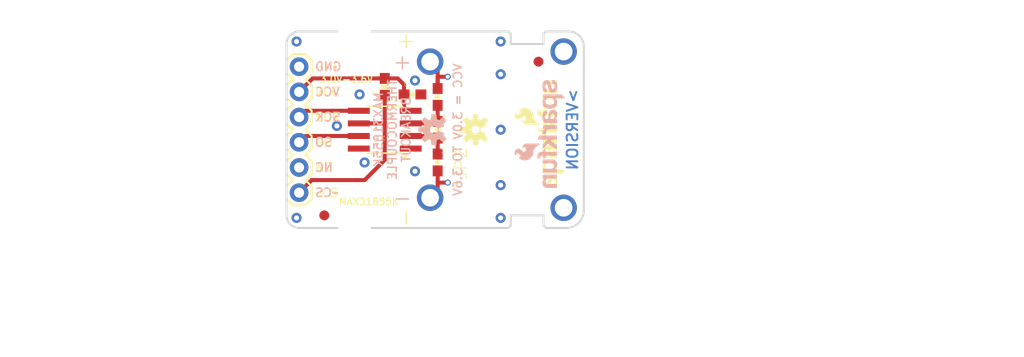
<source format=kicad_pcb>
(kicad_pcb (version 20211014) (generator pcbnew)
  (layers (0 "F.Cu" signal) (31 "B.Cu" signal) (34 "B.Paste" user) (35 "F.Paste" user) (36 "B.SilkS" user "B.Silkscreen") (37 "F.SilkS" user "F.Silkscreen") (38 "B.Mask" user) (39 "F.Mask" user) (44 "Edge.Cuts" user))
  (net 0 "")
  (net 1 "GND")
  (net 2 "N$7")
  (net 3 "N$1")
  (net 4 "N$2")
  (net 5 "N$8")
  (net 6 "VCC")
  (net 7 "N$3")
  (net 8 "N$5")
  (net 9 "N$4")
  (footprint "boardEagle:TP_15TH" (layer "F.Cu") (at 149.7711 110.3376)
    (fp_text reference "TP2" hide)
    (fp_text value "TEST-POINTTP_15TH_THRU" hide)
    (pad "P$1" thru_hole circle (at 0 0) (size 0.6096 0.6096) (drill 0.381) (layers *.Cu) (net 8 "N$5"))
  )
  (footprint "boardEagle:STAND-OFF" (layer "F.Cu") (at 140.3731 114.9096)
    (fp_text reference "STANDOFF1" hide)
    (fp_text value "STAND-OFF" hide)
    (pad "" np_thru_hole circle (at 0 0) (size 3.302 3.302) (drill 3.302) (layers *.Cu *.Mask))
  )
  (footprint "boardEagle:0603" (layer "F.Cu") (at 148.7551 108.3056 -90)
    (fp_text reference "L1" (at -0.889 -0.762 -90) (layer "F.SilkS") (effects (font (size 0.373888 0.373888) (thickness 0.032512)) (justify left bottom)))
    (fp_text value "470OHM")
    (fp_circle (center 0 0) (end 0.218496 0) (layer "F.SilkS") (width 0.127) (fill none))
    (fp_circle (center 0 0) (end 0.0254 0) (layer "F.SilkS") (width 0.127) (fill none))
    (fp_circle (center 0 0) (end 0.127 0) (layer "F.SilkS") (width 0.127) (fill none))
    (pad "1" smd rect (at -0.85 0 270) (size 1.1 1) (layers "F.Cu" "F.Paste" "F.Mask") (net 7 "N$3"))
    (pad "2" smd rect (at 0.85 0 270) (size 1.1 1) (layers "F.Cu" "F.Paste" "F.Mask") (net 8 "N$5"))
  )
  (footprint "boardEagle:CREATIVE_COMMONS" (layer "F.Cu") (at 124.9553 127.5842)
    (fp_text reference "FRAME1" hide)
    (fp_text value ">VERSION" hide)
  )
  (footprint "boardEagle:SFE_LOGO_NAME_FLAME_.1" (layer "F.Cu") (at 161.7091 111.3536 90)
    (fp_text reference "LOGO2" hide)
    (fp_text value "SFE_LOGO_NAME_FLAME.1_INCH" hide)
    (fp_poly (pts (xy 2.851027 -2.384943) (xy 2.992211 -2.33452) (xy 3.10326 -2.263852) (xy 3.193995 -2.163035) (xy 3.26458 -2.052115) (xy 3.304843 -1.921261) (xy 3.334965 -1.780694) (xy 3.345354 -1.624861) (xy 2.945 -1.635127) (xy 2.945 -1.729692) (xy 2.935113 -1.808792) (xy 2.905358 -1.888137) (xy 2.875691 -1.957361) (xy 2.826623 -2.016242) (xy 2.76761 -2.055584) (xy 2.698709 -2.085113) (xy 2.610035 -2.094966) (xy 2.531208 -2.085112) (xy 2.452499 -2.055596) (xy 2.40352 -2.016413) (xy 2.354309 -1.957361) (xy 2.324642 -1.888137) (xy 2.294888 -1.808792) (xy 2.285 -1.729692) (xy 2.285 -1.560617) (xy 2.324754 -1.401602) (xy 2.354216 -1.332856) (xy 2.403381 -1.283691) (xy 2.462388 -1.234518) (xy 2.530975 -1.214922) (xy 2.619965 -1.205034) (xy 2.699074 -1.214923) (xy 2.777678 -1.234574) (xy 2.836413 -1.28352) (xy 2.87567 -1.33259) (xy 2.907444 -1.406729) (xy 3.256931 -1.242265) (xy 3.194045 -1.126974) (xy 3.103258 -1.036187) (xy 2.992315 -0.955501) (xy 2.871131 -0.915107) (xy 2.719918 -0.894945) (xy 2.659178 -0.905068) (xy 2.599178 -0.915068) (xy 2.538436 -0.925192) (xy 2.477592 -0.955614) (xy 2.427428 -0.985713) (xy 2.376657 -1.016175) (xy 2.336096 -1.066877) (xy 2.297598 -1.115) (xy 2.295 -1.115) (xy 2.295 -0.087929) (xy 2.246464 -0.136464) (xy 2.196652 -0.186276) (xy 2.096877 -0.266096) (xy 2.04666 -0.306269) (xy 1.996464 -0.356464) (xy 1.956652 -0.396276) (xy 1.905 -0.437597) (xy 1.905 -2.293904) (xy 1.948903 -2.30488) (xy 1.999505 -2.315) (xy 2.049383 -2.315) (xy 2.088903 -2.32488) (xy 2.138899 -2.334879) (xy 2.178903 -2.34488) (xy 2.229019 -2.354903) (xy 2.285 -2.366099) (xy 2.285 -2.194253) (xy 2.316269 -2.23334) (xy 2.35666 -2.273731) (xy 2.407139 -2.314114) (xy 2.457428 -2.344287) (xy 2.508242 -2.374776) (xy 2.629586 -2.395) (xy 2.700166 -2.395)) (layer "F.SilkS") (width 0) (fill solid))
    (fp_poly (pts (xy 4.235823 -1.577322) (xy 4.21118 -1.565) (xy 4.19081 -1.565) (xy 4.160811 -1.555) (xy 4.12081 -1.555) (xy 4.090811 -1.545) (xy 4.05118 -1.545) (xy 4.03118 -1.535) (xy 4.006554 -1.535) (xy 3.923028 -1.754256) (xy 4.019448 -1.764969) (xy 4.109349 -1.774958) (xy 4.183757 -1.785587)) (layer "F.SilkS") (width 0) (fill solid))
    (fp_poly (pts (xy 6.455 -1.862421) (xy 6.93787 -2.365) (xy 7.412236 -2.365) (xy 6.876433 -1.839307) (xy 7.469256 -0.935) (xy 6.987215 -0.935) (xy 6.598957 -1.562187) (xy 6.455 -1.427827) (xy 6.455 -0.935) (xy 6.055 -0.935) (xy 6.055 -2.682986) (xy 6.455 -2.898371)) (layer "F.SilkS") (width 0) (fill solid))
    (fp_poly (pts (xy 8.855 -1.560308) (xy 8.874947 -1.400732) (xy 8.884732 -1.342025) (xy 8.943413 -1.263782) (xy 8.991828 -1.234734) (xy 9.040906 -1.224918) (xy 9.100105 -1.215052) (xy 9.179268 -1.224947) (xy 9.238243 -1.234776) (xy 9.286896 -1.263967) (xy 9.325892 -1.302964) (xy 9.355458 -1.362096) (xy 9.385127 -1.431324) (xy 9.395 -1.510308) (xy 9.395 -2.365) (xy 9.795 -2.365) (xy 9.795 -0.935) (xy 9.415 -0.935) (xy 9.415 -1.135) (xy 9.412676 -1.135) (xy 9.37404 -1.077046) (xy 9.333557 -1.026443) (xy 9.28271 -0.985765) (xy 9.22205 -0.955435) (xy 9.171721 -0.935303) (xy 9.111153 -0.915114) (xy 9.040756 -0.905057) (xy 8.980236 -0.89497) (xy 8.838947 -0.905062) (xy 8.727919 -0.945437) (xy 8.63713 -0.995875) (xy 8.566065 -1.056788) (xy 8.515366 -1.148045) (xy 8.485131 -1.248831) (xy 8.465 -1.359549) (xy 8.465 -2.365) (xy 8.855 -2.365)) (layer "F.SilkS") (width 0) (fill solid))
    (fp_poly (pts (xy 1.311169 -2.374869) (xy 1.411741 -2.344698) (xy 1.502548 -2.304339) (xy 1.583571 -2.243571) (xy 1.644271 -2.162639) (xy 1.694808 -2.061564) (xy 1.715902 -1.935) (xy 1.335901 -1.935) (xy 1.325186 -1.988572) (xy 1.305552 -2.037658) (xy 1.286394 -2.066394) (xy 1.257484 -2.085668) (xy 1.217948 -2.105436) (xy 1.169038 -2.125) (xy 1.00081 -2.125) (xy 0.971399 -2.115196) (xy 0.931389 -2.105193) (xy 0.903209 -2.0958) (xy 0.865 -2.038486) (xy 0.865 -2.000617) (xy 0.874606 -1.962192) (xy 0.903571 -1.923571) (xy 0.94264 -1.89427) (xy 1.00192 -1.86463) (xy 1.061111 -1.8449) (xy 1.14092 -1.834924) (xy 1.221213 -1.814851) (xy 1.381157 -1.774865) (xy 1.471824 -1.754717) (xy 1.542481 -1.714341) (xy 1.612863 -1.674123) (xy 1.673758 -1.623377) (xy 1.714415 -1.562392) (xy 1.744888 -1.491289) (xy 1.755043 -1.399894) (xy 1.734867 -1.268754) (xy 1.694445 -1.157594) (xy 1.633686 -1.076582) (xy 1.55281 -1.005815) (xy 1.451793 -0.955306) (xy 1.341072 -0.92511) (xy 1.22062 -0.905034) (xy 1.1 -0.894983) (xy 0.97938 -0.905034) (xy 0.858928 -0.92511) (xy 0.748207 -0.955306) (xy 0.64719 -1.005815) (xy 0.566347 -1.076552) (xy 0.49562 -1.167488) (xy 0.455145 -1.268674) (xy 0.434172 -1.405) (xy 0.815 -1.405) (xy 0.815 -1.340962) (xy 0.834396 -1.292472) (xy 0.863571 -1.253571) (xy 0.942025 -1.194732) (xy 1.000902 -1.184919) (xy 1.050906 -1.174918) (xy 1.109795 -1.165103) (xy 1.149384 -1.175) (xy 1.189383 -1.175) (xy 1.228257 -1.184719) (xy 1.26736 -1.20427) (xy 1.306712 -1.233784) (xy 1.335485 -1.262557) (xy 1.354846 -1.34) (xy 1.345282 -1.378257) (xy 1.326056 -1.416708) (xy 1.287201 -1.445849) (xy 1.237899 -1.47543) (xy 1.178611 -1.495193) (xy 1.018899 -1.535121) (xy 0.918967 -1.555108) (xy 0.828573 -1.575195) (xy 0.748136 -1.605359) (xy 0.677768 -1.635517) (xy 0.60737 -1.675744) (xy 0.546394 -1.716394) (xy 0.505585 -1.777608) (xy 0.475112 -1.848711) (xy 0.464977 -1.939931) (xy 0.475079 -2.061162) (xy 0.515675 -2.16265) (xy 0.586473 -2.243563) (xy 0.657213 -2.304197) (xy 0.758363 -2.354772) (xy 0.859062 -2.374912) (xy 0.969549 -2.395) (xy 1.200451 -2.395)) (layer "F.SilkS") (width 0) (fill solid))
    (fp_poly (pts (xy 4.320496 -2.385) (xy 4.380495 -2.385) (xy 4.431431 -2.374813) (xy 4.481428 -2.354814) (xy 4.531431 -2.344813) (xy 4.582471 -2.324397) (xy 4.623 -2.294) (xy 4.663 -2.264) (xy 4.703571 -2.233571) (xy 4.734271 -2.192639) (xy 4.754565 -2.15205) (xy 4.774813 -2.101431) (xy 4.785 -2.050495) (xy 4.785 -1.18118) (xy 4.795 -1.16118) (xy 4.795 -1.07118) (xy 4.805 -1.05118) (xy 4.805 -1.03118) (xy 4.815 -1.01118) (xy 4.815 -0.98118) (xy 4.824108 -0.962964) (xy 4.835 -0.952071) (xy 4.835 -0.935) (xy 4.435 -0.935) (xy 4.435 -0.947928) (xy 4.425 -0.957929) (xy 4.425 -0.967928) (xy 4.415 -0.977929) (xy 4.415 -1.007928) (xy 4.405 -1.017929) (xy 4.405 -1.063486) (xy 4.393606 -1.046394) (xy 4.363188 -1.026116) (xy 4.343185 -1.006114) (xy 4.312216 -0.985468) (xy 4.282218 -0.975469) (xy 4.252216 -0.955468) (xy 4.221581 -0.945257) (xy 4.161581 -0.925257) (xy 4.130811 -0.915) (xy 4.10081 -0.915) (xy 4.070811 -0.905) (xy 4.03081 -0.905) (xy 4.000811 -0.895) (xy 3.889505 -0.895) (xy 3.839504 -0.905) (xy 3.789384 -0.905) (xy 3.748458 -0.915232) (xy 3.69795 -0.935435) (xy 3.657486 -0.955667) (xy 3.627484 -0.975668) (xy 3.587038 -0.995891) (xy 3.556114 -1.026815) (xy 3.535916 -1.057112) (xy 3.505917 -1.097111) (xy 3.485291 -1.12805) (xy 3.475228 -1.178364) (xy 3.455 -1.21882) (xy 3.455 -1.269504) (xy 3.44491 -1.319955) (xy 3.465144 -1.431244) (xy 3.495413 -1.522051) (xy 3.536088 -1.593233) (xy 3.607107 -1.654105) (xy 3.677868 -1.694541) (xy 3.758511 -1.724782) (xy 3.839114 -1.744932) (xy 3.933295 -1.755397) (xy 4.016529 -1.536906) (xy 3.98192 -1.52537) (xy 3.962964 -1.515892) (xy 3.952962 -1.505891) (xy 3.912964 -1.485892) (xy 3.902962 -1.475891) (xy 3.883727 -1.466273) (xy 3.855 -1.40882) (xy 3.855 -1.38882) (xy 3.845 -1.36882) (xy 3.845 -1.32081) (xy 3.855 -1.290811) (xy 3.855 -1.27118) (xy 3.864108 -1.252964) (xy 3.874109 -1.242962) (xy 3.883727 -1.223727) (xy 3.902962 -1.214109) (xy 3.912964 -1.204108) (xy 3.95118 -1.185) (xy 3.97118 -1.185) (xy 3.99118 -1.175) (xy 4.01118 -1.175) (xy 4.03118 -1.165) (xy 4.079504 -1.165) (xy 4.129505 -1.175) (xy 4.17882 -1.175) (xy 4.218255 -1.194718) (xy 4.257948 -1.204641) (xy 4.286812 -1.223884) (xy 4.306116 -1.243188) (xy 4.326114 -1.273185) (xy 4.345631 -1.292703) (xy 4.355257 -1.321581) (xy 4.365369 -1.351918) (xy 4.37537 -1.37192) (xy 4.385 -1.40081) (xy 4.385 -1.617928) (xy 4.383536 -1.616464) (xy 4.372071 -1.605) (xy 4.35118 -1.605) (xy 4.31118 -1.585) (xy 4.29118 -1.585) (xy 4.27118 -1.575) (xy 4.226096 -1.575) (xy 4.173976 -1.783479) (xy 4.248542 -1.804784) (xy 4.307899 -1.82457) (xy 4.356587 -1.853782) (xy 4.385 -1.891667) (xy 4.385 -1.99882) (xy 4.355892 -2.057036) (xy 4.345891 -2.067038) (xy 4.336273 -2.086273) (xy 4.27882 -2.115) (xy 4.25882 -2.115) (xy 4.23882 -2.125) (xy 4.06118 -2.125) (xy 3.962964 -2.075892) (xy 3.924108 -2.037036) (xy 3.91463 -2.01808) (xy 3.904631 -1.988082) (xy 3.895 -1.96882) (xy 3.895 -1.915) (xy 3.494098 -1.915) (xy 3.505068 -1.980822) (xy 3.515133 -2.041209) (xy 3.535513 -2.102351) (xy 3.565849 -2.142799) (xy 3.595845 -2.192794) (xy 3.626429 -2.233571) (xy 3.667206 -2.264155) (xy 3.717428 -2.294287) (xy 3.767771 -2.324494) (xy 3.818569 -2.344813) (xy 3.868719 -2.354843) (xy 3.928791 -2.374867) (xy 3.989094 -2.384918) (xy 4.039505 -2.395) (xy 4.270495 -2.395)) (layer "F.SilkS") (width 0) (fill solid))
    (fp_poly (pts (xy 3.34536 -1.634864) (xy 3.33496 -1.489255) (xy 3.304777 -1.358466) (xy 3.252604 -1.233249) (xy 2.9037 -1.397439) (xy 2.935112 -1.481208) (xy 2.945 -1.560308) (xy 2.945 -1.64513)) (layer "F.SilkS") (width 0) (fill solid))
    (fp_poly (pts (xy 5.902072 -2.385) (xy 5.915 -2.385) (xy 5.915 -2.015) (xy 5.89882 -2.015) (xy 5.87882 -2.025) (xy 5.770248 -2.025) (xy 5.670863 -2.015062) (xy 5.591881 -1.995316) (xy 5.523264 -1.956106) (xy 5.474123 -1.897137) (xy 5.434642 -1.828046) (xy 5.414848 -1.758764) (xy 5.395 -1.669451) (xy 5.395 -0.935) (xy 4.995 -0.935) (xy 4.995 -2.294099) (xy 5.048899 -2.304879) (xy 5.089384 -2.315) (xy 5.139504 -2.315) (xy 5.188899 -2.324879) (xy 5.228903 -2.33488) (xy 5.279019 -2.344903) (xy 5.328899 -2.354879) (xy 5.375 -2.366404) (xy 5.375 -2.108828) (xy 5.405852 -2.162819) (xy 5.446127 -2.213163) (xy 5.496482 -2.273589) (xy 5.547181 -2.314148) (xy 5.617949 -2.354587) (xy 5.678522 -2.374778) (xy 5.7493 -2.395) (xy 5.892071 -2.395)) (layer "F.SilkS") (width 0) (fill solid))
    (fp_poly (pts (xy 7.951669 -5.164714) (xy 8.032001 -5.134589) (xy 8.092639 -5.104271) (xy 8.133284 -5.073787) (xy 8.152071 -5.055) (xy 8.109189 -5.055) (xy 8.07919 -5.065) (xy 8.050617 -5.065) (xy 8.011097 -5.05512) (xy 7.961636 -5.045228) (xy 7.92264 -5.02573) (xy 7.883685 -4.996514) (xy 7.864531 -4.967782) (xy 7.854631 -4.938082) (xy 7.84463 -4.91808) (xy 7.83527 -4.89) (xy 7.844804 -4.861399) (xy 7.854641 -4.822052) (xy 7.874333 -4.792514) (xy 7.894108 -4.752964) (xy 7.923188 -4.723884) (xy 7.952889 -4.704083) (xy 7.992888 -4.674084) (xy 8.022516 -4.654332) (xy 8.10118 -4.615) (xy 8.16919 -4.615) (xy 8.197782 -4.624531) (xy 8.2258 -4.643209) (xy 8.245 -4.70081) (xy 8.245 -4.78809) (xy 8.333097 -4.744042) (xy 8.414068 -4.65295) (xy 8.484553 -4.532119) (xy 8.534842 -4.39131) (xy 8.565026 -4.230327) (xy 8.554962 -4.049183) (xy 8.504659 -3.86809) (xy 8.404184 -3.687235) (xy 8.333756 -3.596685) (xy 8.253418 -3.516347) (xy 8.172956 -3.445943) (xy 8.072229 -3.385506) (xy 7.971591 -3.345251) (xy 7.861072 -3.31511) (xy 7.740414 -3.295) (xy 7.550414 -3.295) (xy 7.491757 -3.285224) (xy 7.442861 -3.255886) (xy 7.34352 -3.176413) (xy 7.293696 -3.116625) (xy 7.233536 -3.056464) (xy 7.163826 -2.986754) (xy 7.113828 -2.916757) (xy 7.053691 -2.856619) (xy 7.003696 -2.796625) (xy 6.953784 -2.746712) (xy 6.923787 -2.706716) (xy 6.893884 -2.676812) (xy 6.872676 -2.645) (xy 6.855 -2.645) (xy 6.855 -3.930277) (xy 6.865031 -4.020552) (xy 6.875089 -4.111079) (xy 6.895369 -4.171918) (xy 6.925614 -4.232408) (xy 6.956356 -4.283644) (xy 7.007201 -4.314151) (xy 7.047529 -4.344397) (xy 7.098143 -4.364642) (xy 7.148645 -4.384843) (xy 7.209586 -4.395) (xy 7.290616 -4.395) (xy 7.330617 -4.385) (xy 7.35118 -4.385) (xy 7.378441 -4.37137) (xy 7.362962 -4.355891) (xy 7.321918 -4.335369) (xy 7.292703 -4.325631) (xy 7.253884 -4.286812) (xy 7.234531 -4.257782) (xy 7.225 -4.22919) (xy 7.225 -4.20081) (xy 7.23463 -4.17192) (xy 7.254108 -4.132964) (xy 7.283188 -4.103884) (xy 7.312342 -4.084448) (xy 7.361428 -4.064814) (xy 7.410496 -4.055) (xy 7.489383 -4.055) (xy 7.567948 -4.074641) (xy 7.626582 -4.113731) (xy 7.665539 -4.162427) (xy 7.685 -4.22081) (xy 7.685 -4.288973) (xy 7.655716 -4.357303) (xy 7.586237 -4.436707) (xy 7.50625 -4.526693) (xy 7.435887 -4.607107) (xy 7.385277 -4.698207) (xy 7.365 -4.789451) (xy 7.365 -4.870811) (xy 7.395494 -4.962294) (xy 7.446258 -5.033364) (xy 7.537105 -5.114116) (xy 7.648313 -5.174775) (xy 7.759549 -5.195) (xy 7.860811 -5.195)) (layer "F.SilkS") (width 0) (fill solid))
    (fp_poly (pts (xy 8.375 -2.88309) (xy 8.375 -2.595) (xy 8.200617 -2.595) (xy 8.161743 -2.585282) (xy 8.123424 -2.566122) (xy 8.104332 -2.537484) (xy 8.095 -2.51882) (xy 8.095 -2.479384) (xy 8.085 -2.439383) (xy 8.085 -2.365) (xy 8.355 -2.365) (xy 8.355 -2.095) (xy 8.085 -2.095) (xy 8.085 -0.935) (xy 7.695 -0.935) (xy 7.695 -2.095) (xy 7.295 -2.095) (xy 7.346712 -2.133784) (xy 7.476464 -2.263536) (xy 7.506716 -2.293787) (xy 7.546429 -2.323571) (xy 7.5775 -2.365) (xy 7.695 -2.365) (xy 7.695 -2.560907) (xy 7.725359 -2.641864) (xy 7.755692 -2.71264) (xy 7.806571 -2.773695) (xy 7.877413 -2.824297) (xy 7.95815 -2.864665) (xy 8.059266 -2.895) (xy 8.35118 -2.895)) (layer "F.SilkS") (width 0) (fill solid))
    (fp_poly (pts (xy 10.950844 -2.384952) (xy 11.061899 -2.354665) (xy 11.15304 -2.304031) (xy 11.223938 -2.233133) (xy 11.274596 -2.15208) (xy 11.304869 -2.051169) (xy 11.324965 -1.940641) (xy 11.335 -1.810192) (xy 11.335 -0.935) (xy 10.935 -0.935) (xy 10.935 -1.739692) (xy 10.92505 -1.819293) (xy 10.915057 -1.889244) (xy 10.905224 -1.948243) (xy 10.875849 -1.997201) (xy 10.846587 -2.036218) (xy 10.798173 -2.065266) (xy 10.749094 -2.075082) (xy 10.689895 -2.084948) (xy 10.610732 -2.075053) (xy 10.551757 -2.065224) (xy 10.503343 -2.036175) (xy 10.464114 -1.987139) (xy 10.434466 -1.937726) (xy 10.404887 -1.868709) (xy 10.395 -1.779727) (xy 10.395 -0.935) (xy 9.995 -0.935) (xy 9.995 -2.365) (xy 10.375 -2.365) (xy 10.375 -2.165) (xy 10.377324 -2.165) (xy 10.416114 -2.223185) (xy 10.45666 -2.263731) (xy 10.507046 -2.30404) (xy 10.567784 -2.344532) (xy 10.628419 -2.364743) (xy 10.688791 -2.384867) (xy 10.749586 -2.395) (xy 10.810178 -2.395)) (layer "F.SilkS") (width 0) (fill solid))
  )
  (footprint "boardEagle:PCC-SMP" (layer "F.Cu") (at 147.9931 105.0036 90)
    (fp_text reference "JP2" (at -5.08 3.81 90) (layer "F.SilkS") (effects (font (size 1.1684 1.1684) (thickness 0.1016)) (justify left bottom)))
    (fp_text value "PCB_THERMOCOUPLE")
    (fp_text user "+" (at 8.89 -2.54 90) (layer "F.SilkS") (effects (font (size 1.63576 1.63576) (thickness 0.14224))))
    (fp_text user "-" (at -8.89 -2.54 90) (layer "F.SilkS") (effects (font (size 1.63576 1.63576) (thickness 0.14224))))
    (pad "+" thru_hole circle (at 6.858 0 90) (size 2.667 2.667) (drill 1.778) (layers *.Cu *.Mask) (net 9 "N$4"))
    (pad "-" thru_hole circle (at -6.858 0 90) (size 2.667 2.667) (drill 1.778) (layers *.Cu *.Mask) (net 8 "N$5"))
    (pad "CLIP1" thru_hole circle (at -7.874 13.462 90) (size 2.667 2.667) (drill 1.778) (layers *.Cu *.Mask))
    (pad "CLIP2" thru_hole circle (at 7.874 13.462 90) (size 2.667 2.667) (drill 1.778) (layers *.Cu *.Mask))
  )
  (footprint "boardEagle:FIDUCIAL-1X2" (layer "F.Cu") (at 137.3251 113.6396)
    (fp_text reference "FID2" hide)
    (fp_text value "FIDUCIAL1X2" hide)
    (pad "1" smd roundrect (at 0 0) (size 1 1) (layers "F.Cu" "F.Mask") (roundrect_rratio 0.5))
  )
  (footprint "boardEagle:SOIC8" (layer "F.Cu") (at 143.4211 105.0036 90)
    (fp_text reference "U1" (at -1.27 0 90) (layer "F.SilkS") (effects (font (size 0.373888 0.373888) (thickness 0.032512)) (justify left bottom)))
    (fp_text value "MAX31855K")
    (fp_line (start -2.362 -1.803) (end -2.362 1.803) (layer "F.SilkS") (width 0.1524))
    (fp_line (start 2.362 1.803) (end 2.362 -1.803) (layer "F.SilkS") (width 0.1524))
    (fp_circle (center -2.667 2.032) (end -2.5234 2.032) (layer "F.SilkS") (width 0.2032) (fill none))
    (pad "1" smd rect (at -1.905 2.6162 90) (size 0.6096 2.2098) (layers "F.Cu" "F.Paste" "F.Mask") (net 1 "GND"))
    (pad "2" smd rect (at -0.635 2.6162 90) (size 0.6096 2.2098) (layers "F.Cu" "F.Paste" "F.Mask") (net 7 "N$3"))
    (pad "3" smd rect (at 0.635 2.6162 90) (size 0.6096 2.2098) (layers "F.Cu" "F.Paste" "F.Mask") (net 2 "N$7"))
    (pad "4" smd rect (at 1.905 2.6162 90) (size 0.6096 2.2098) (layers "F.Cu" "F.Paste" "F.Mask") (net 6 "VCC"))
    (pad "5" smd rect (at 1.905 -2.6162 90) (size 0.6096 2.2098) (layers "F.Cu" "F.Paste" "F.Mask") (net 3 "N$1"))
    (pad "6" smd rect (at 0.635 -2.6162 90) (size 0.6096 2.2098) (layers "F.Cu" "F.Paste" "F.Mask") (net 5 "N$8"))
    (pad "7" smd rect (at -0.635 -2.6162 90) (size 0.6096 2.2098) (layers "F.Cu" "F.Paste" "F.Mask") (net 4 "N$2"))
    (pad "8" smd rect (at -1.905 -2.6162 90) (size 0.6096 2.2098) (layers "F.Cu" "F.Paste" "F.Mask"))
  )
  (footprint "boardEagle:0603-CAP" (layer "F.Cu") (at 148.7551 105.0036 -90)
    (fp_text reference "C2" (at -0.889 -0.762 -90) (layer "F.SilkS") (effects (font (size 0.373888 0.373888) (thickness 0.032512)) (justify left bottom)))
    (fp_text value "10nF")
    (fp_line (start 0 -0.0305) (end 0 0.0305) (layer "F.SilkS") (width 0.5588))
    (pad "1" smd rect (at -0.85 0 270) (size 1.1 1) (layers "F.Cu" "F.Paste" "F.Mask") (net 2 "N$7"))
    (pad "2" smd rect (at 0.85 0 270) (size 1.1 1) (layers "F.Cu" "F.Paste" "F.Mask") (net 7 "N$3"))
  )
  (footprint "boardEagle:1X06" (layer "F.Cu") (at 134.7851 98.6536 -90)
    (fp_text reference "JP1" hide)
    (fp_text value "DNP" hide)
    (fp_line (start 13.335 -1.27) (end 13.97 -0.635) (layer "F.SilkS") (width 0.2032))
    (fp_line (start 1.905 1.27) (end 1.27 0.635) (layer "F.SilkS") (width 0.2032))
    (fp_line (start 9.525 1.27) (end 8.89 0.635) (layer "F.SilkS") (width 0.2032))
    (fp_line (start 1.905 -1.27) (end 3.175 -1.27) (layer "F.SilkS") (width 0.2032))
    (fp_line (start 9.525 -1.27) (end 10.795 -1.27) (layer "F.SilkS") (width 0.2032))
    (fp_line (start 8.89 0.635) (end 8.255 1.27) (layer "F.SilkS") (width 0.2032))
    (fp_line (start 8.89 -0.635) (end 9.525 -1.27) (layer "F.SilkS") (width 0.2032))
    (fp_line (start 13.97 -0.635) (end 13.97 0.635) (layer "F.SilkS") (width 0.2032))
    (fp_line (start 12.065 1.27) (end 11.43 0.635) (layer "F.SilkS") (width 0.2032))
    (fp_line (start -0.635 -1.27) (end -1.27 -0.635) (layer "F.SilkS") (width 0.2032))
    (fp_line (start 4.445 -1.27) (end 5.715 -1.27) (layer "F.SilkS") (width 0.2032))
    (fp_line (start 6.985 -1.27) (end 8.255 -1.27) (layer "F.SilkS") (width 0.2032))
    (fp_line (start 3.175 1.27) (end 1.905 1.27) (layer "F.SilkS") (width 0.2032))
    (fp_line (start 3.81 0.635) (end 3.175 1.27) (layer "F.SilkS") (width 0.2032))
    (fp_line (start 6.985 -1.27) (end 6.35 -0.635) (layer "F.SilkS") (width 0.2032))
    (fp_line (start 0.635 1.27) (end -0.635 1.27) (layer "F.SilkS") (width 0.2032))
    (fp_line (start 12.065 -1.27) (end 13.335 -1.27) (layer "F.SilkS") (width 0.2032))
    (fp_line (start 3.175 -1.27) (end 3.81 -0.635) (layer "F.SilkS") (width 0.2032))
    (fp_line (start 8.255 -1.27) (end 8.89 -0.635) (layer "F.SilkS") (width 0.2032))
    (fp_line (start 11.43 0.635) (end 10.795 1.27) (layer "F.SilkS") (width 0.2032))
    (fp_line (start 11.43 -0.635) (end 12.065 -1.27) (layer "F.SilkS") (width 0.2032))
    (fp_line (start -0.635 -1.27) (end 0.635 -1.27) (layer "F.SilkS") (width 0.2032))
    (fp_line (start 0.635 -1.27) (end 1.27 -0.635) (layer "F.SilkS") (width 0.2032))
    (fp_line (start 4.445 1.27) (end 3.81 0.635) (layer "F.SilkS") (width 0.2032))
    (fp_line (start 5.715 -1.27) (end 6.35 -0.635) (layer "F.SilkS") (width 0.2032))
    (fp_line (start 10.795 -1.27) (end 11.43 -0.635) (layer "F.SilkS") (width 0.2032))
    (fp_line (start 8.255 1.27) (end 6.985 1.27) (layer "F.SilkS") (width 0.2032))
    (fp_line (start 5.715 1.27) (end 4.445 1.27) (layer "F.SilkS") (width 0.2032))
    (fp_line (start 6.35 0.635) (end 5.715 1.27) (layer "F.SilkS") (width 0.2032))
    (fp_line (start -1.27 -0.635) (end -1.27 0.635) (layer "F.SilkS") (width 0.2032))
    (fp_line (start 6.35 0.635) (end 6.985 1.27) (layer "F.SilkS") (width 0.2032))
    (fp_line (start 1.27 0.635) (end 0.635 1.27) (layer "F.SilkS") (width 0.2032))
    (fp_line (start 10.795 1.27) (end 9.525 1.27) (layer "F.SilkS") (width 0.2032))
    (fp_line (start 13.97 0.635) (end 13.335 1.27) (layer "F.SilkS") (width 0.2032))
    (fp_line (start 3.81 -0.635) (end 4.445 -1.27) (layer "F.SilkS") (width 0.2032))
    (fp_line (start 1.27 -0.635) (end 1.905 -1.27) (layer "F.SilkS") (width 0.2032))
    (fp_line (start -1.27 0.635) (end -0.635 1.27) (layer "F.SilkS") (width 0.2032))
    (fp_line (start 13.335 1.27) (end 12.065 1.27) (layer "F.SilkS") (width 0.2032))
    (pad "1" thru_hole circle (at 0 0) (size 1.8796 1.8796) (drill 1.016) (layers *.Cu *.Mask) (net 1 "GND"))
    (pad "2" thru_hole circle (at 2.54 0) (size 1.8796 1.8796) (drill 1.016) (layers *.Cu *.Mask) (net 6 "VCC"))
    (pad "3" thru_hole circle (at 5.08 0) (size 1.8796 1.8796) (drill 1.016) (layers *.Cu *.Mask) (net 3 "N$1"))
    (pad "4" thru_hole circle (at 7.62 0) (size 1.8796 1.8796) (drill 1.016) (layers *.Cu *.Mask) (net 4 "N$2"))
    (pad "5" thru_hole circle (at 10.16 0) (size 1.8796 1.8796) (drill 1.016) (layers *.Cu *.Mask))
    (pad "6" thru_hole circle (at 12.7 0) (size 1.8796 1.8796) (drill 1.016) (layers *.Cu *.Mask) (net 5 "N$8"))
  )
  (footprint "boardEagle:0603" (layer "F.Cu") (at 148.7551 101.7016 90)
    (fp_text reference "L2" (at -0.889 -0.762 90) (layer "F.SilkS") (effects (font (size 0.373888 0.373888) (thickness 0.032512)) (justify left bottom)))
    (fp_text value "470OHM")
    (fp_circle (center 0 0) (end 0.127 0) (layer "F.SilkS") (width 0.127) (fill none))
    (fp_circle (center 0 0) (end 0.0254 0) (layer "F.SilkS") (width 0.127) (fill none))
    (fp_circle (center 0 0) (end 0.218496 0) (layer "F.SilkS") (width 0.127) (fill none))
    (pad "1" smd rect (at -0.85 0 90) (size 1.1 1) (layers "F.Cu" "F.Paste" "F.Mask") (net 2 "N$7"))
    (pad "2" smd rect (at 0.85 0 90) (size 1.1 1) (layers "F.Cu" "F.Paste" "F.Mask") (net 9 "N$4"))
  )
  (footprint "boardEagle:0603-CAP" (layer "F.Cu") (at 146.2151 101.4476)
    (fp_text reference "C1" (at -0.889 -0.762) (layer "F.SilkS") (effects (font (size 0.373888 0.373888) (thickness 0.032512)) (justify left bottom)))
    (fp_text value "0.1uF")
    (fp_line (start 0 -0.0305) (end 0 0.0305) (layer "F.SilkS") (width 0.5588))
    (pad "1" smd rect (at -0.85 0) (size 1.1 1) (layers "F.Cu" "F.Paste" "F.Mask") (net 6 "VCC"))
    (pad "2" smd rect (at 0.85 0) (size 1.1 1) (layers "F.Cu" "F.Paste" "F.Mask") (net 1 "GND"))
  )
  (footprint "boardEagle:FIDUCIAL-1X2" (layer "F.Cu") (at 158.9151 98.1456)
    (fp_text reference "FID1" hide)
    (fp_text value "FIDUCIAL1X2" hide)
    (pad "1" smd roundrect (at 0 0) (size 1 1) (layers "F.Cu" "F.Mask") (roundrect_rratio 0.5))
  )
  (footprint "boardEagle:0603-RES" (layer "F.Cu") (at 143.4211 100.6856 90)
    (fp_text reference "R1" (at -0.889 -0.762 90) (layer "F.SilkS") (effects (font (size 0.373888 0.373888) (thickness 0.032512)) (justify left bottom)))
    (fp_text value "10K")
    (fp_poly (pts (xy -0.2286 0.381) (xy 0.2286 0.381) (xy 0.2286 -0.381) (xy -0.2286 -0.381)) (layer "F.SilkS") (width 0) (fill solid))
    (pad "1" smd rect (at -0.85 0 90) (size 1.1 1) (layers "F.Cu" "F.Paste" "F.Mask") (net 5 "N$8"))
    (pad "2" smd rect (at 0.85 0 90) (size 1.1 1) (layers "F.Cu" "F.Paste" "F.Mask") (net 6 "VCC"))
  )
  (footprint "boardEagle:OSHW-LOGO-S" (layer "F.Cu") (at 152.5651 105.0036 90)
    (fp_text reference "LOGO1" hide)
    (fp_text value "OSHW-LOGOS" hide)
    (fp_poly (pts (xy 0.301647 -1.061351) (xy 0.42347 -1.022344) (xy 0.537177 -0.963769) (xy 0.92862 -1.282946) (xy 1.282946 -0.92862) (xy 0.961035 -0.533823) (xy 1.057046 -0.302084) (xy 1.5638 -0.250561) (xy 1.5638 0.250561) (xy 1.057046 0.302084) (xy 0.961035 0.533823) (xy 1.282946 0.92862) (xy 0.92862 1.282946) (xy 0.537177 0.96377) (xy 0.356601 1.056794) (xy 0.088679 0.410073) (xy 0.326262 0.2176) (xy 0.373649 0.121468) (xy 0.392729 0.010339) (xy 0.379464 -0.101634) (xy 0.334947 -0.205229) (xy 0.262842 -0.291918) (xy 0.169087 -0.354561) (xy 0.061406 -0.387999) (xy -0.051342 -0.38948) (xy -0.159868 -0.358881) (xy -0.255234 -0.298724) (xy -0.329589 -0.213962) (xy -0.376813 -0.111569) (xy -0.392176 -0.005767) (xy -0.322923 0.222565) (xy -0.249312 0.303773) (xy 0.091677 0.5081) (xy -0.12929 0.5081) (xy -0.355332 1.053732) (xy -0.506597 0.983577) (xy -0.538922 0.965192) (xy -0.92862 1.282946) (xy -1.282946 0.92862) (xy -0.961035 0.533823) (xy -1.057046 0.302084) (xy -1.5638 0.250561) (xy -1.5638 -0.250561) (xy -1.057046 -0.302084) (xy -0.961035 -0.533823) (xy -1.282946 -0.92862) (xy -0.92862 -1.282946) (xy -0.533823 -0.961035) (xy -0.302084 -1.057046) (xy -0.250561 -1.5638) (xy 0.250561 -1.5638)) (layer "F.SilkS") (width 0) (fill solid))
  )
  (footprint "boardEagle:TP_15TH" (layer "F.Cu") (at 149.7711 99.6696)
    (fp_text reference "TP1" hide)
    (fp_text value "TEST-POINTTP_15TH_THRU" hide)
    (pad "P$1" thru_hole circle (at 0 0) (size 0.6096 0.6096) (drill 0.381) (layers *.Cu) (net 9 "N$4"))
  )
  (footprint "boardEagle:STAND-OFF" (layer "F.Cu") (at 140.3731 95.0976)
    (fp_text reference "STANDOFF4" hide)
    (fp_text value "STAND-OFF" hide)
    (pad "" np_thru_hole circle (at 0 0) (size 3.302 3.302) (drill 3.302) (layers *.Cu *.Mask))
  )
  (footprint "boardEagle:OSHW-LOGO-S" (layer "B.Cu") (at 148.3741 105.0036 -90)
    (fp_text reference "LOGO4" hide)
    (fp_text value "OSHW-LOGOS" hide)
    (fp_poly (pts (xy 0.301647 1.061351) (xy 0.42347 1.022344) (xy 0.537177 0.963769) (xy 0.92862 1.282946) (xy 1.282946 0.92862) (xy 0.961035 0.533823) (xy 1.057046 0.302084) (xy 1.5638 0.250561) (xy 1.5638 -0.250561) (xy 1.057046 -0.302084) (xy 0.961035 -0.533823) (xy 1.282946 -0.92862) (xy 0.92862 -1.282946) (xy 0.537177 -0.96377) (xy 0.356601 -1.056794) (xy 0.088679 -0.410073) (xy 0.326262 -0.2176) (xy 0.373649 -0.121468) (xy 0.392729 -0.010339) (xy 0.379464 0.101634) (xy 0.334947 0.205229) (xy 0.262842 0.291918) (xy 0.169087 0.354561) (xy 0.061406 0.387999) (xy -0.051342 0.38948) (xy -0.159868 0.358881) (xy -0.255234 0.298724) (xy -0.329589 0.213962) (xy -0.376813 0.111569) (xy -0.392176 0.005767) (xy -0.322923 -0.222565) (xy -0.249312 -0.303773) (xy 0.091677 -0.5081) (xy -0.12929 -0.5081) (xy -0.355332 -1.053732) (xy -0.506597 -0.983577) (xy -0.538922 -0.965192) (xy -0.92862 -1.282946) (xy -1.282946 -0.92862) (xy -0.961035 -0.533823) (xy -1.057046 -0.302084) (xy -1.5638 -0.250561) (xy -1.5638 0.250561) (xy -1.057046 0.302084) (xy -0.961035 0.533823) (xy -1.282946 0.92862) (xy -0.92862 1.282946) (xy -0.533823 0.961035) (xy -0.302084 1.057046) (xy -0.250561 1.5638) (xy 0.250561 1.5638)) (layer "B.SilkS") (width 0) (fill solid))
  )
  (footprint "boardEagle:SFE_LOGO_NAME_FLAME_.1" (layer "B.Cu") (at 161.7091 99.5426 -90)
    (fp_text reference "LOGO3" hide)
    (fp_text value "SFE_LOGO_NAME_FLAME.1_INCH" hide)
    (fp_poly (pts (xy 6.455 1.862421) (xy 6.93787 2.365) (xy 7.412236 2.365) (xy 6.876433 1.839307) (xy 7.469256 0.935) (xy 6.987215 0.935) (xy 6.598957 1.562187) (xy 6.455 1.427827) (xy 6.455 0.935) (xy 6.055 0.935) (xy 6.055 2.682986) (xy 6.455 2.898371)) (layer "B.SilkS") (width 0) (fill solid))
    (fp_poly (pts (xy 2.851027 2.384943) (xy 2.992211 2.33452) (xy 3.10326 2.263852) (xy 3.193995 2.163035) (xy 3.26458 2.052115) (xy 3.304843 1.921261) (xy 3.334965 1.780694) (xy 3.345354 1.624861) (xy 2.945 1.635127) (xy 2.945 1.729692) (xy 2.935113 1.808792) (xy 2.905358 1.888137) (xy 2.875691 1.957361) (xy 2.826623 2.016242) (xy 2.76761 2.055584) (xy 2.698709 2.085113) (xy 2.610035 2.094966) (xy 2.531208 2.085112) (xy 2.452499 2.055596) (xy 2.40352 2.016413) (xy 2.354309 1.957361) (xy 2.324642 1.888137) (xy 2.294888 1.808792) (xy 2.285 1.729692) (xy 2.285 1.560617) (xy 2.324754 1.401602) (xy 2.354216 1.332856) (xy 2.403381 1.283691) (xy 2.462388 1.234518) (xy 2.530975 1.214922) (xy 2.619965 1.205034) (xy 2.699074 1.214923) (xy 2.777678 1.234574) (xy 2.836413 1.28352) (xy 2.87567 1.33259) (xy 2.907444 1.406729) (xy 3.256931 1.242265) (xy 3.194045 1.126974) (xy 3.103258 1.036187) (xy 2.992315 0.955501) (xy 2.871131 0.915107) (xy 2.719918 0.894945) (xy 2.659178 0.905068) (xy 2.599178 0.915068) (xy 2.538436 0.925192) (xy 2.477592 0.955614) (xy 2.427428 0.985713) (xy 2.376657 1.016175) (xy 2.336096 1.066877) (xy 2.297598 1.115) (xy 2.295 1.115) (xy 2.295 0.087929) (xy 2.246464 0.136464) (xy 2.196652 0.186276) (xy 2.096877 0.266096) (xy 2.04666 0.306269) (xy 1.996464 0.356464) (xy 1.956652 0.396276) (xy 1.905 0.437597) (xy 1.905 2.293904) (xy 1.948903 2.30488) (xy 1.999505 2.315) (xy 2.049383 2.315) (xy 2.088903 2.32488) (xy 2.138899 2.334879) (xy 2.178903 2.34488) (xy 2.229019 2.354903) (xy 2.285 2.366099) (xy 2.285 2.194253) (xy 2.316269 2.23334) (xy 2.35666 2.273731) (xy 2.407139 2.314114) (xy 2.457428 2.344287) (xy 2.508242 2.374776) (xy 2.629586 2.395) (xy 2.700166 2.395)) (layer "B.SilkS") (width 0) (fill solid))
    (fp_poly (pts (xy 4.320496 2.385) (xy 4.380495 2.385) (xy 4.431431 2.374813) (xy 4.481428 2.354814) (xy 4.531431 2.344813) (xy 4.582471 2.324397) (xy 4.623 2.294) (xy 4.663 2.264) (xy 4.703571 2.233571) (xy 4.734271 2.192639) (xy 4.754565 2.15205) (xy 4.774813 2.101431) (xy 4.785 2.050495) (xy 4.785 1.18118) (xy 4.795 1.16118) (xy 4.795 1.07118) (xy 4.805 1.05118) (xy 4.805 1.03118) (xy 4.815 1.01118) (xy 4.815 0.98118) (xy 4.824108 0.962964) (xy 4.835 0.952071) (xy 4.835 0.935) (xy 4.435 0.935) (xy 4.435 0.947928) (xy 4.425 0.957929) (xy 4.425 0.967928) (xy 4.415 0.977929) (xy 4.415 1.007928) (xy 4.405 1.017929) (xy 4.405 1.063486) (xy 4.393606 1.046394) (xy 4.363188 1.026116) (xy 4.343185 1.006114) (xy 4.312216 0.985468) (xy 4.282218 0.975469) (xy 4.252216 0.955468) (xy 4.221581 0.945257) (xy 4.161581 0.925257) (xy 4.130811 0.915) (xy 4.10081 0.915) (xy 4.070811 0.905) (xy 4.03081 0.905) (xy 4.000811 0.895) (xy 3.889505 0.895) (xy 3.839504 0.905) (xy 3.789384 0.905) (xy 3.748458 0.915232) (xy 3.69795 0.935435) (xy 3.657486 0.955667) (xy 3.627484 0.975668) (xy 3.587038 0.995891) (xy 3.556114 1.026815) (xy 3.535916 1.057112) (xy 3.505917 1.097111) (xy 3.485291 1.12805) (xy 3.475228 1.178364) (xy 3.455 1.21882) (xy 3.455 1.269504) (xy 3.44491 1.319955) (xy 3.465144 1.431244) (xy 3.495413 1.522051) (xy 3.536088 1.593233) (xy 3.607107 1.654105) (xy 3.677868 1.694541) (xy 3.758511 1.724782) (xy 3.839114 1.744932) (xy 3.933295 1.755397) (xy 4.016529 1.536906) (xy 3.98192 1.52537) (xy 3.962964 1.515892) (xy 3.952962 1.505891) (xy 3.912964 1.485892) (xy 3.902962 1.475891) (xy 3.883727 1.466273) (xy 3.855 1.40882) (xy 3.855 1.38882) (xy 3.845 1.36882) (xy 3.845 1.32081) (xy 3.855 1.290811) (xy 3.855 1.27118) (xy 3.864108 1.252964) (xy 3.874109 1.242962) (xy 3.883727 1.223727) (xy 3.902962 1.214109) (xy 3.912964 1.204108) (xy 3.95118 1.185) (xy 3.97118 1.185) (xy 3.99118 1.175) (xy 4.01118 1.175) (xy 4.03118 1.165) (xy 4.079504 1.165) (xy 4.129505 1.175) (xy 4.17882 1.175) (xy 4.218255 1.194718) (xy 4.257948 1.204641) (xy 4.286812 1.223884) (xy 4.306116 1.243188) (xy 4.326114 1.273185) (xy 4.345631 1.292703) (xy 4.355257 1.321581) (xy 4.365369 1.351918) (xy 4.37537 1.37192) (xy 4.385 1.40081) (xy 4.385 1.617928) (xy 4.383536 1.616464) (xy 4.372071 1.605) (xy 4.35118 1.605) (xy 4.31118 1.585) (xy 4.29118 1.585) (xy 4.27118 1.575) (xy 4.226096 1.575) (xy 4.173976 1.783479) (xy 4.248542 1.804784) (xy 4.307899 1.82457) (xy 4.356587 1.853782) (xy 4.385 1.891667) (xy 4.385 1.99882) (xy 4.355892 2.057036) (xy 4.345891 2.067038) (xy 4.336273 2.086273) (xy 4.27882 2.115) (xy 4.25882 2.115) (xy 4.23882 2.125) (xy 4.06118 2.125) (xy 3.962964 2.075892) (xy 3.924108 2.037036) (xy 3.91463 2.01808) (xy 3.904631 1.988082) (xy 3.895 1.96882) (xy 3.895 1.915) (xy 3.494098 1.915) (xy 3.505068 1.980822) (xy 3.515133 2.041209) (xy 3.535513 2.102351) (xy 3.565849 2.142799) (xy 3.595845 2.192794) (xy 3.626429 2.233571) (xy 3.667206 2.264155) (xy 3.717428 2.294287) (xy 3.767771 2.324494) (xy 3.818569 2.344813) (xy 3.868719 2.354843) (xy 3.928791 2.374867) (xy 3.989094 2.384918) (xy 4.039505 2.395) (xy 4.270495 2.395)) (layer "B.SilkS") (width 0) (fill solid))
    (fp_poly (pts (xy 4.235823 1.577322) (xy 4.21118 1.565) (xy 4.19081 1.565) (xy 4.160811 1.555) (xy 4.12081 1.555) (xy 4.090811 1.545) (xy 4.05118 1.545) (xy 4.03118 1.535) (xy 4.006554 1.535) (xy 3.923028 1.754256) (xy 4.019448 1.764969) (xy 4.109349 1.774958) (xy 4.183757 1.785587)) (layer "B.SilkS") (width 0) (fill solid))
    (fp_poly (pts (xy 3.34536 1.634864) (xy 3.33496 1.489255) (xy 3.304777 1.358466) (xy 3.252604 1.233249) (xy 2.9037 1.397439) (xy 2.935112 1.481208) (xy 2.945 1.560308) (xy 2.945 1.64513)) (layer "B.SilkS") (width 0) (fill solid))
    (fp_poly (pts (xy 10.950844 2.384952) (xy 11.061899 2.354665) (xy 11.15304 2.304031) (xy 11.223938 2.233133) (xy 11.274596 2.15208) (xy 11.304869 2.051169) (xy 11.324965 1.940641) (xy 11.335 1.810192) (xy 11.335 0.935) (xy 10.935 0.935) (xy 10.935 1.739692) (xy 10.92505 1.819293) (xy 10.915057 1.889244) (xy 10.905224 1.948243) (xy 10.875849 1.997201) (xy 10.846587 2.036218) (xy 10.798173 2.065266) (xy 10.749094 2.075082) (xy 10.689895 2.084948) (xy 10.610732 2.075053) (xy 10.551757 2.065224) (xy 10.503343 2.036175) (xy 10.464114 1.987139) (xy 10.434466 1.937726) (xy 10.404887 1.868709) (xy 10.395 1.779727) (xy 10.395 0.935) (xy 9.995 0.935) (xy 9.995 2.365) (xy 10.375 2.365) (xy 10.375 2.165) (xy 10.377324 2.165) (xy 10.416114 2.223185) (xy 10.45666 2.263731) (xy 10.507046 2.30404) (xy 10.567784 2.344532) (xy 10.628419 2.364743) (xy 10.688791 2.384867) (xy 10.749586 2.395) (xy 10.810178 2.395)) (layer "B.SilkS") (width 0) (fill solid))
    (fp_poly (pts (xy 8.375 2.88309) (xy 8.375 2.595) (xy 8.200617 2.595) (xy 8.161743 2.585282) (xy 8.123424 2.566122) (xy 8.104332 2.537484) (xy 8.095 2.51882) (xy 8.095 2.479384) (xy 8.085 2.439383) (xy 8.085 2.365) (xy 8.355 2.365) (xy 8.355 2.095) (xy 8.085 2.095) (xy 8.085 0.935) (xy 7.695 0.935) (xy 7.695 2.095) (xy 7.295 2.095) (xy 7.346712 2.133784) (xy 7.476464 2.263536) (xy 7.506716 2.293787) (xy 7.546429 2.323571) (xy 7.5775 2.365) (xy 7.695 2.365) (xy 7.695 2.560907) (xy 7.725359 2.641864) (xy 7.755692 2.71264) (xy 7.806571 2.773695) (xy 7.877413 2.824297) (xy 7.95815 2.864665) (xy 8.059266 2.895) (xy 8.35118 2.895)) (layer "B.SilkS") (width 0) (fill solid))
    (fp_poly (pts (xy 8.855 1.560308) (xy 8.874947 1.400732) (xy 8.884732 1.342025) (xy 8.943413 1.263782) (xy 8.991828 1.234734) (xy 9.040906 1.224918) (xy 9.100105 1.215052) (xy 9.179268 1.224947) (xy 9.238243 1.234776) (xy 9.286896 1.263967) (xy 9.325892 1.302964) (xy 9.355458 1.362096) (xy 9.385127 1.431324) (xy 9.395 1.510308) (xy 9.395 2.365) (xy 9.795 2.365) (xy 9.795 0.935) (xy 9.415 0.935) (xy 9.415 1.135) (xy 9.412676 1.135) (xy 9.37404 1.077046) (xy 9.333557 1.026443) (xy 9.28271 0.985765) (xy 9.22205 0.955435) (xy 9.171721 0.935303) (xy 9.111153 0.915114) (xy 9.040756 0.905057) (xy 8.980236 0.89497) (xy 8.838947 0.905062) (xy 8.727919 0.945437) (xy 8.63713 0.995875) (xy 8.566065 1.056788) (xy 8.515366 1.148045) (xy 8.485131 1.248831) (xy 8.465 1.359549) (xy 8.465 2.365) (xy 8.855 2.365)) (layer "B.SilkS") (width 0) (fill solid))
    (fp_poly (pts (xy 7.951669 5.164714) (xy 8.032001 5.134589) (xy 8.092639 5.104271) (xy 8.133284 5.073787) (xy 8.152071 5.055) (xy 8.109189 5.055) (xy 8.07919 5.065) (xy 8.050617 5.065) (xy 8.011097 5.05512) (xy 7.961636 5.045228) (xy 7.92264 5.02573) (xy 7.883685 4.996514) (xy 7.864531 4.967782) (xy 7.854631 4.938082) (xy 7.84463 4.91808) (xy 7.83527 4.89) (xy 7.844804 4.861399) (xy 7.854641 4.822052) (xy 7.874333 4.792514) (xy 7.894108 4.752964) (xy 7.923188 4.723884) (xy 7.952889 4.704083) (xy 7.992888 4.674084) (xy 8.022516 4.654332) (xy 8.10118 4.615) (xy 8.16919 4.615) (xy 8.197782 4.624531) (xy 8.2258 4.643209) (xy 8.245 4.70081) (xy 8.245 4.78809) (xy 8.333097 4.744042) (xy 8.414068 4.65295) (xy 8.484553 4.532119) (xy 8.534842 4.39131) (xy 8.565026 4.230327) (xy 8.554962 4.049183) (xy 8.504659 3.86809) (xy 8.404184 3.687235) (xy 8.333756 3.596685) (xy 8.253418 3.516347) (xy 8.172956 3.445943) (xy 8.072229 3.385506) (xy 7.971591 3.345251) (xy 7.861072 3.31511) (xy 7.740414 3.295) (xy 7.550414 3.295) (xy 7.491757 3.285224) (xy 7.442861 3.255886) (xy 7.34352 3.176413) (xy 7.293696 3.116625) (xy 7.233536 3.056464) (xy 7.163826 2.986754) (xy 7.113828 2.916757) (xy 7.053691 2.856619) (xy 7.003696 2.796625) (xy 6.953784 2.746712) (xy 6.923787 2.706716) (xy 6.893884 2.676812) (xy 6.872676 2.645) (xy 6.855 2.645) (xy 6.855 3.930277) (xy 6.865031 4.020552) (xy 6.875089 4.111079) (xy 6.895369 4.171918) (xy 6.925614 4.232408) (xy 6.956356 4.283644) (xy 7.007201 4.314151) (xy 7.047529 4.344397) (xy 7.098143 4.364642) (xy 7.148645 4.384843) (xy 7.209586 4.395) (xy 7.290616 4.395) (xy 7.330617 4.385) (xy 7.35118 4.385) (xy 7.378441 4.37137) (xy 7.362962 4.355891) (xy 7.321918 4.335369) (xy 7.292703 4.325631) (xy 7.253884 4.286812) (xy 7.234531 4.257782) (xy 7.225 4.22919) (xy 7.225 4.20081) (xy 7.23463 4.17192) (xy 7.254108 4.132964) (xy 7.283188 4.103884) (xy 7.312342 4.084448) (xy 7.361428 4.064814) (xy 7.410496 4.055) (xy 7.489383 4.055) (xy 7.567948 4.074641) (xy 7.626582 4.113731) (xy 7.665539 4.162427) (xy 7.685 4.22081) (xy 7.685 4.288973) (xy 7.655716 4.357303) (xy 7.586237 4.436707) (xy 7.50625 4.526693) (xy 7.435887 4.607107) (xy 7.385277 4.698207) (xy 7.365 4.789451) (xy 7.365 4.870811) (xy 7.395494 4.962294) (xy 7.446258 5.033364) (xy 7.537105 5.114116) (xy 7.648313 5.174775) (xy 7.759549 5.195) (xy 7.860811 5.195)) (layer "B.SilkS") (width 0) (fill solid))
    (fp_poly (pts (xy 5.902072 2.385) (xy 5.915 2.385) (xy 5.915 2.015) (xy 5.89882 2.015) (xy 5.87882 2.025) (xy 5.770248 2.025) (xy 5.670863 2.015062) (xy 5.591881 1.995316) (xy 5.523264 1.956106) (xy 5.474123 1.897137) (xy 5.434642 1.828046) (xy 5.414848 1.758764) (xy 5.395 1.669451) (xy 5.395 0.935) (xy 4.995 0.935) (xy 4.995 2.294099) (xy 5.048899 2.304879) (xy 5.089384 2.315) (xy 5.139504 2.315) (xy 5.188899 2.324879) (xy 5.228903 2.33488) (xy 5.279019 2.344903) (xy 5.328899 2.354879) (xy 5.375 2.366404) (xy 5.375 2.108828) (xy 5.405852 2.162819) (xy 5.446127 2.213163) (xy 5.496482 2.273589) (xy 5.547181 2.314148) (xy 5.617949 2.354587) (xy 5.678522 2.374778) (xy 5.7493 2.395) (xy 5.892071 2.395)) (layer "B.SilkS") (width 0) (fill solid))
    (fp_poly (pts (xy 1.311169 2.374869) (xy 1.411741 2.344698) (xy 1.502548 2.304339) (xy 1.583571 2.243571) (xy 1.644271 2.162639) (xy 1.694808 2.061564) (xy 1.715902 1.935) (xy 1.335901 1.935) (xy 1.325186 1.988572) (xy 1.305552 2.037658) (xy 1.286394 2.066394) (xy 1.257484 2.085668) (xy 1.217948 2.105436) (xy 1.169038 2.125) (xy 1.00081 2.125) (xy 0.971399 2.115196) (xy 0.931389 2.105193) (xy 0.903209 2.0958) (xy 0.865 2.038486) (xy 0.865 2.000617) (xy 0.874606 1.962192) (xy 0.903571 1.923571) (xy 0.94264 1.89427) (xy 1.00192 1.86463) (xy 1.061111 1.8449) (xy 1.14092 1.834924) (xy 1.221213 1.814851) (xy 1.381157 1.774865) (xy 1.471824 1.754717) (xy 1.542481 1.714341) (xy 1.612863 1.674123) (xy 1.673758 1.623377) (xy 1.714415 1.562392) (xy 1.744888 1.491289) (xy 1.755043 1.399894) (xy 1.734867 1.268754) (xy 1.694445 1.157594) (xy 1.633686 1.076582) (xy 1.55281 1.005815) (xy 1.451793 0.955306) (xy 1.341072 0.92511) (xy 1.22062 0.905034) (xy 1.1 0.894983) (xy 0.97938 0.905034) (xy 0.858928 0.92511) (xy 0.748207 0.955306) (xy 0.64719 1.005815) (xy 0.566347 1.076552) (xy 0.49562 1.167488) (xy 0.455145 1.268674) (xy 0.434172 1.405) (xy 0.815 1.405) (xy 0.815 1.340962) (xy 0.834396 1.292472) (xy 0.863571 1.253571) (xy 0.942025 1.194732) (xy 1.000902 1.184919) (xy 1.050906 1.174918) (xy 1.109795 1.165103) (xy 1.149384 1.175) (xy 1.189383 1.175) (xy 1.228257 1.184719) (xy 1.26736 1.20427) (xy 1.306712 1.233784) (xy 1.335485 1.262557) (xy 1.354846 1.34) (xy 1.345282 1.378257) (xy 1.326056 1.416708) (xy 1.287201 1.445849) (xy 1.237899 1.47543) (xy 1.178611 1.495193) (xy 1.018899 1.535121) (xy 0.918967 1.555108) (xy 0.828573 1.575195) (xy 0.748136 1.605359) (xy 0.677768 1.635517) (xy 0.60737 1.675744) (xy 0.546394 1.716394) (xy 0.505585 1.777608) (xy 0.475112 1.848711) (xy 0.464977 1.939931) (xy 0.475079 2.061162) (xy 0.515675 2.16265) (xy 0.586473 2.243563) (xy 0.657213 2.304197) (xy 0.758363 2.354772) (xy 0.859062 2.374912) (xy 0.969549 2.395) (xy 1.200451 2.395)) (layer "B.SilkS") (width 0) (fill solid))
  )
  (gr_line (start 159.6771 95.0976) (end 159.4231 95.3516) (layer "Edge.Cuts") (width 0.2032))
  (gr_line (start 156.1211 113.6396) (end 159.4231 113.6396) (layer "Edge.Cuts") (width 0.2032))
  (gr_line (start 159.4231 114.6556) (end 159.6771 114.9096) (layer "Edge.Cuts") (width 0.2032))
  (gr_arc (start 133.5151 96.3676) (mid 133.887074 95.469574) (end 134.7851 95.0976) (layer "Edge.Cuts") (width 0.2032))
  (gr_line (start 159.4231 95.3516) (end 159.4231 96.3676) (layer "Edge.Cuts") (width 0.2032))
  (gr_arc (start 161.9631 95.0976) (mid 163.040731 95.543969) (end 163.4871 96.6216) (layer "Edge.Cuts") (width 0.2032))
  (gr_arc (start 134.7851 114.9096) (mid 133.887074 114.537626) (end 133.5151 113.6396) (layer "Edge.Cuts") (width 0.2032))
  (gr_line (start 163.4871 113.1316) (end 163.4871 96.6216) (layer "Edge.Cuts") (width 0.2032))
  (gr_line (start 156.1211 95.3516) (end 155.8671 95.0976) (layer "Edge.Cuts") (width 0.2032))
  (gr_line (start 159.6771 114.9096) (end 161.7091 114.9096) (layer "Edge.Cuts") (width 0.2032))
  (gr_line (start 156.1211 96.3676) (end 156.1211 95.3516) (layer "Edge.Cuts") (width 0.2032))
  (gr_line (start 155.8671 114.9096) (end 156.1211 114.6556) (layer "Edge.Cuts") (width 0.2032))
  (gr_line (start 133.5151 96.3676) (end 133.5151 113.6396) (layer "Edge.Cuts") (width 0.2032))
  (gr_arc (start 163.4871 113.1316) (mid 162.966336 114.388836) (end 161.7091 114.9096) (layer "Edge.Cuts") (width 0.2032))
  (gr_line (start 156.1211 114.6556) (end 156.1211 113.6396) (layer "Edge.Cuts") (width 0.2032))
  (gr_line (start 155.8671 95.0976) (end 134.7851 95.0976) (layer "Edge.Cuts") (width 0.2032))
  (gr_line (start 159.4231 96.3676) (end 156.1211 96.3676) (layer "Edge.Cuts") (width 0.2032))
  (gr_line (start 159.4231 113.6396) (end 159.4231 114.6556) (layer "Edge.Cuts") (width 0.2032))
  (gr_line (start 161.9631 95.0976) (end 159.6771 95.0976) (layer "Edge.Cuts") (width 0.2032))
  (gr_line (start 134.7851 114.9096) (end 155.8671 114.9096) (layer "Edge.Cuts") (width 0.2032))
  (gr_text ">VERSION" (at 162.9791 105.0036 -270) (layer "B.Cu") (effects (font (size 1.0795 1.0795) (thickness 0.1905)) (justify bottom mirror)))
  (gr_text "SCK" (at 136.3091 103.7336) (layer "B.SilkS") (effects (font (size 0.8636 0.8636) (thickness 0.1524)) (justify right mirror)))
  (gr_text "SO" (at 136.3091 106.2736) (layer "B.SilkS") (effects (font (size 0.8636 0.8636) (thickness 0.1524)) (justify right mirror)))
  (gr_text "+" (at 145.1991 98.1456) (layer "B.SilkS") (effects (font (size 1.63576 1.63576) (thickness 0.14224)) (justify mirror)))
  (gr_text "GND" (at 136.3091 98.6536) (layer "B.SilkS") (effects (font (size 0.8636 0.8636) (thickness 0.1524)) (justify right mirror)))
  (gr_text "~CS" (at 136.3091 111.3536) (layer "B.SilkS") (effects (font (size 0.8636 0.8636) (thickness 0.1524)) (justify right mirror)))
  (gr_text "VCC = 3.0V TO 3.6V" (at 150.7871 105.0036 -270) (layer "B.SilkS") (effects (font (size 0.8636 0.8636) (thickness 0.1524)) (justify mirror)))
  (gr_text "-" (at 145.1991 111.8616) (layer "B.SilkS") (effects (font (size 1.63576 1.63576) (thickness 0.14224)) (justify mirror)))
  (gr_text "VCC" (at 136.3091 101.1936) (layer "B.SilkS") (effects (font (size 0.8636 0.8636) (thickness 0.1524)) (justify right mirror)))
  (gr_text "NC" (at 136.3091 108.8136) (layer "B.SilkS") (effects (font (size 0.8636 0.8636) (thickness 0.1524)) (justify right mirror)))
  (gr_text "MAX31855K\nTHERMOCOUPLE\nBREAKOUT" (at 144.1831 105.0036 -270) (layer "B.SilkS") (effects (font (size 0.8636 0.8636) (thickness 0.1524)) (justify mirror)))
  (gr_text "~CS" (at 136.3091 111.3536) (layer "F.SilkS") (effects (font (size 0.8636 0.8636) (thickness 0.1524)) (justify left)))
  (gr_text "SO" (at 136.3091 106.2736) (layer "F.SilkS") (effects (font (size 0.8636 0.8636) (thickness 0.1524)) (justify left)))
  (gr_text "GND" (at 136.3091 98.6536) (layer "F.SilkS") (effects (font (size 0.8636 0.8636) (thickness 0.1524)) (justify left)))
  (gr_text "VCC" (at 136.3091 101.1936) (layer "F.SilkS") (effects (font (size 0.8636 0.8636) (thickness 0.1524)) (justify left)))
  (gr_text "SCK" (at 136.3091 103.7336) (layer "F.SilkS") (effects (font (size 0.8636 0.8636) (thickness 0.1524)) (justify left)))
  (gr_text "MAX31855K" (at 138.7221 111.8616) (layer "F.SilkS") (effects (font (size 0.69088 0.69088) (thickness 0.12192)) (justify left top)))
  (gr_text "NC" (at 136.3091 108.8136) (layer "F.SilkS") (effects (font (size 0.8636 0.8636) (thickness 0.1524)) (justify left)))
  (gr_text "3.0V-3.6V" (at 136.8171 99.9236) (layer "F.SilkS") (effects (font (size 0.69088 0.69088) (thickness 0.12192)) (justify left)))
  (via (at 155.1051 96.1136) (size 1.016) (drill 0.508) (layers "F.Cu" "B.Cu") (net 1))
  (via (at 134.5311 113.8936) (size 1.016) (drill 0.508) (layers "F.Cu" "B.Cu") (net 1))
  (via (at 155.1051 99.4156) (size 1.016) (drill 0.508) (layers "F.Cu" "B.Cu") (net 1))
  (via (at 134.5311 96.1136) (size 1.016) (drill 0.508) (layers "F.Cu" "B.Cu") (net 1))
  (via (at 146.4691 109.1946) (size 1.016) (drill 0.508) (layers "F.Cu" "B.Cu") (net 1))
  (via (at 146.4691 100.0506) (size 1.016) (drill 0.508) (layers "F.Cu" "B.Cu") (net 1))
  (via (at 155.1051 105.0036) (size 1.016) (drill 0.508) (layers "F.Cu" "B.Cu") (net 1))
  (via (at 140.8811 101.4476) (size 1.016) (drill 0.508) (layers "F.Cu" "B.Cu") (net 1))
  (via (at 138.5951 104.6226) (size 1.016) (drill 0.508) (layers "F.Cu" "B.Cu") (net 1))
  (via (at 155.1051 110.5916) (size 1.016) (drill 0.508) (layers "F.Cu" "B.Cu") (net 1))
  (via (at 155.1051 113.8936) (size 1.016) (drill 0.508) (layers "F.Cu" "B.Cu") (net 1))
  (via (at 141.3891 108.3056) (size 1.016) (drill 0.508) (layers "F.Cu" "B.Cu") (net 1))
  (segment (start 148.5401 104.3686) (end 146.0373 104.3686) (width 0.4064) (layer "F.Cu") (net 2))
  (segment (start 148.7551 102.5516) (end 148.7551 104.1536) (width 0.4064) (layer "F.Cu") (net 2))
  (segment (start 148.7551 104.1536) (end 148.5401 104.3686) (width 0.4064) (layer "F.Cu") (net 2))
  (segment (start 135.4201 103.0986) (end 134.7851 103.7336) (width 0.4064) (layer "F.Cu") (net 3))
  (segment (start 140.8049 103.0986) (end 135.4201 103.0986) (width 0.4064) (layer "F.Cu") (net 3))
  (segment (start 140.8049 105.6386) (end 135.4201 105.6386) (width 0.4064) (layer "F.Cu") (net 4))
  (segment (start 135.4201 105.6386) (end 134.7851 106.2736) (width 0.4064) (layer "F.Cu") (net 4))
  (segment (start 143.2941 104.3686) (end 143.4211 104.2416) (width 0.4064) (layer "F.Cu") (net 5))
  (segment (start 143.4211 108.0516) (end 141.3891 110.0836) (width 0.4064) (layer "F.Cu") (net 5))
  (segment (start 143.4211 104.2416) (end 143.4211 108.0516) (width 0.4064) (layer "F.Cu") (net 5))
  (segment (start 141.3891 110.0836) (end 136.0551 110.0836) (width 0.4064) (layer "F.Cu") (net 5))
  (segment (start 143.4211 101.5356) (end 143.4211 104.2416) (width 0.4064) (layer "F.Cu") (net 5))
  (segment (start 140.8049 104.3686) (end 143.2941 104.3686) (width 0.4064) (layer "F.Cu") (net 5))
  (segment (start 136.0551 110.0836) (end 134.7851 111.3536) (width 0.4064) (layer "F.Cu") (net 5))
  (segment (start 136.1431 99.8356) (end 134.7851 101.1936) (width 0.4064) (layer "F.Cu") (net 6))
  (segment (start 145.3651 100.4706) (end 145.3651 101.4476) (width 0.4064) (layer "F.Cu") (net 6))
  (segment (start 145.3651 101.4476) (end 145.3651 103.0986) (width 0.4064) (layer "F.Cu") (net 6))
  (segment (start 143.4211 99.8356) (end 136.1431 99.8356) (width 0.4064) (layer "F.Cu") (net 6))
  (segment (start 144.7301 99.8356) (end 145.3651 100.4706) (width 0.4064) (layer "F.Cu") (net 6))
  (segment (start 145.1991 101.6136) (end 145.3651 101.4476) (width 0.4064) (layer "F.Cu") (net 6))
  (segment (start 143.4211 99.8356) (end 144.7301 99.8356) (width 0.4064) (layer "F.Cu") (net 6))
  (segment (start 145.3651 103.0986) (end 146.0373 103.0986) (width 0.4064) (layer "F.Cu") (net 6))
  (segment (start 148.7551 105.8536) (end 148.5401 105.6386) (width 0.4064) (layer "F.Cu") (net 7))
  (segment (start 148.5401 105.6386) (end 146.0373 105.6386) (width 0.4064) (layer "F.Cu") (net 7))
  (segment (start 148.7551 105.8536) (end 148.7551 107.4556) (width 0.4064) (layer "F.Cu") (net 7))
  (segment (start 148.7551 110.3376) (end 148.7551 111.0996) (width 0.4064) (layer "F.Cu") (net 8))
  (segment (start 148.7551 111.0996) (end 147.9931 111.8616) (width 0.4064) (layer "F.Cu") (net 8))
  (segment (start 148.7551 109.1556) (end 148.7551 110.3376) (width 0.4064) (layer "F.Cu") (net 8))
  (segment (start 149.7711 110.3376) (end 148.7551 110.3376) (width 0.4064) (layer "F.Cu") (net 8))
  (segment (start 148.7551 99.6696) (end 149.7711 99.6696) (width 0.4064) (layer "F.Cu") (net 9))
  (segment (start 148.7551 100.8516) (end 148.7551 99.6696) (width 0.4064) (layer "F.Cu") (net 9))
  (segment (start 148.7551 98.9076) (end 147.9931 98.1456) (width 0.4064) (layer "F.Cu") (net 9))
  (segment (start 148.7551 100.8516) (end 148.7551 98.9076) (width 0.4064) (layer "F.Cu") (net 9))
)
</source>
